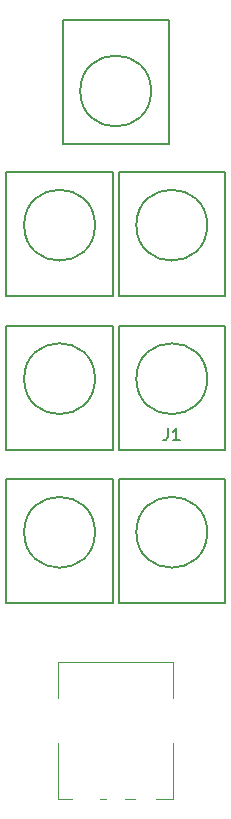
<source format=gbr>
G04 #@! TF.GenerationSoftware,KiCad,Pcbnew,(6.0.0)*
G04 #@! TF.CreationDate,2022-01-30T14:59:03+09:00*
G04 #@! TF.ProjectId,exits,65786974-732e-46b6-9963-61645f706362,2.1*
G04 #@! TF.SameCoordinates,Original*
G04 #@! TF.FileFunction,Legend,Top*
G04 #@! TF.FilePolarity,Positive*
%FSLAX46Y46*%
G04 Gerber Fmt 4.6, Leading zero omitted, Abs format (unit mm)*
G04 Created by KiCad (PCBNEW (6.0.0)) date 2022-01-30 14:59:03*
%MOMM*%
%LPD*%
G01*
G04 APERTURE LIST*
%ADD10C,0.150000*%
%ADD11C,0.120000*%
G04 APERTURE END LIST*
D10*
X156166666Y-75252380D02*
X156166666Y-75966666D01*
X156119047Y-76109523D01*
X156023809Y-76204761D01*
X155880952Y-76252380D01*
X155785714Y-76252380D01*
X157166666Y-76252380D02*
X156595238Y-76252380D01*
X156880952Y-76252380D02*
X156880952Y-75252380D01*
X156785714Y-75395238D01*
X156690476Y-75490476D01*
X156595238Y-75538095D01*
X152000000Y-66555000D02*
X161000000Y-66555000D01*
X161000000Y-77055000D02*
X152000000Y-77055000D01*
X152000000Y-77055000D02*
X152000000Y-66555000D01*
X161000000Y-66555000D02*
X161000000Y-77055000D01*
X159500000Y-71055000D02*
G75*
G03*
X159500000Y-71055000I-3000000J0D01*
G01*
X161000000Y-53555000D02*
X161000000Y-64055000D01*
X161000000Y-64055000D02*
X152000000Y-64055000D01*
X152000000Y-53555000D02*
X161000000Y-53555000D01*
X152000000Y-64055000D02*
X152000000Y-53555000D01*
X159500000Y-58055000D02*
G75*
G03*
X159500000Y-58055000I-3000000J0D01*
G01*
X156250000Y-51195000D02*
X147250000Y-51195000D01*
X147250000Y-40695000D02*
X156250000Y-40695000D01*
X156250000Y-40695000D02*
X156250000Y-51195000D01*
X147250000Y-51195000D02*
X147250000Y-40695000D01*
X154750000Y-46695000D02*
G75*
G03*
X154750000Y-46695000I-3000000J0D01*
G01*
X142500000Y-53555000D02*
X151500000Y-53555000D01*
X142500000Y-64055000D02*
X142500000Y-53555000D01*
X151500000Y-53555000D02*
X151500000Y-64055000D01*
X151500000Y-64055000D02*
X142500000Y-64055000D01*
X150000000Y-58055000D02*
G75*
G03*
X150000000Y-58055000I-3000000J0D01*
G01*
X142500000Y-77055000D02*
X142500000Y-66555000D01*
X142500000Y-66555000D02*
X151500000Y-66555000D01*
X151500000Y-66555000D02*
X151500000Y-77055000D01*
X151500000Y-77055000D02*
X142500000Y-77055000D01*
X150000000Y-71055000D02*
G75*
G03*
X150000000Y-71055000I-3000000J0D01*
G01*
X151500000Y-79555000D02*
X151500000Y-90055000D01*
X142500000Y-90055000D02*
X142500000Y-79555000D01*
X151500000Y-90055000D02*
X142500000Y-90055000D01*
X142500000Y-79555000D02*
X151500000Y-79555000D01*
X150000000Y-84055000D02*
G75*
G03*
X150000000Y-84055000I-3000000J0D01*
G01*
X161000000Y-79555000D02*
X161000000Y-90055000D01*
X161000000Y-90055000D02*
X152000000Y-90055000D01*
X152000000Y-90055000D02*
X152000000Y-79555000D01*
X152000000Y-79555000D02*
X161000000Y-79555000D01*
X159500000Y-84055000D02*
G75*
G03*
X159500000Y-84055000I-3000000J0D01*
G01*
D11*
X150960000Y-106620000D02*
X150430000Y-106620000D01*
X156620000Y-106620000D02*
X156620000Y-101900000D01*
X146880000Y-98090000D02*
X146880000Y-95030000D01*
X153410000Y-106620000D02*
X152580000Y-106620000D01*
X146880000Y-106620000D02*
X146880000Y-101900000D01*
X156620000Y-98090000D02*
X156620000Y-95030000D01*
X156620000Y-95030000D02*
X146880000Y-95030000D01*
X156620000Y-106620000D02*
X155130000Y-106620000D01*
X148060000Y-106620000D02*
X146880000Y-106620000D01*
M02*

</source>
